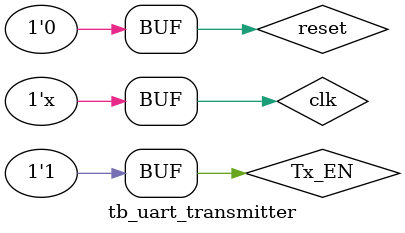
<source format=v>
`timescale 1ns / 10ps

module tb_uart_transmitter;

reg reset, clk;
reg Tx_EN, Tx_WR;
reg [7:0] Tx_DATA;

wire Tx_BUSY, TxD;

initial
begin
  clk = 1'b1;

  #200 reset = 1'b1;
  #100 reset = 1'b0;

  Tx_EN = 1'b1;

  #100
  $display("Gonna try transmitting AA");
  if(!Tx_BUSY)
  begin
    Tx_DATA[7] = 1;
    Tx_DATA[6] = 0;
    Tx_DATA[5] = 1;
    Tx_DATA[4] = 0;
    Tx_DATA[3] = 1;
    Tx_DATA[2] = 0;
    Tx_DATA[1] = 1;
    Tx_DATA[0] = 0;
    // Tx_DATA = {1,0,1,0,1,0,1,0};
    Tx_WR = 1'b1;
    #20 Tx_WR = 1'b0;
  end

  #300000
  $display("Gonna try transmitting 89");
  if(!Tx_BUSY)
  begin
  Tx_DATA[7] = 1;
  Tx_DATA[6] = 0;
  Tx_DATA[5] = 0;
  Tx_DATA[4] = 0;
  Tx_DATA[3] = 1;
  Tx_DATA[2] = 0;
  Tx_DATA[1] = 0;
  Tx_DATA[0] = 1;
  // Tx_DATA = {1,0,0,0,1,0,0,1};
  Tx_WR = 1'b1;
  #20 Tx_WR = 1'b0;
  end
end

always #10 clk = ~clk;

uart_transmitter uart_transmitter_instance(.reset(reset), .clk(clk), .Tx_DATA(Tx_DATA), .baud_select(111),
                                           .Tx_WR(Tx_WR), .Tx_EN(Tx_EN), .TxD(TxD), .Tx_BUSY(Tx_BUSY));

endmodule

</source>
